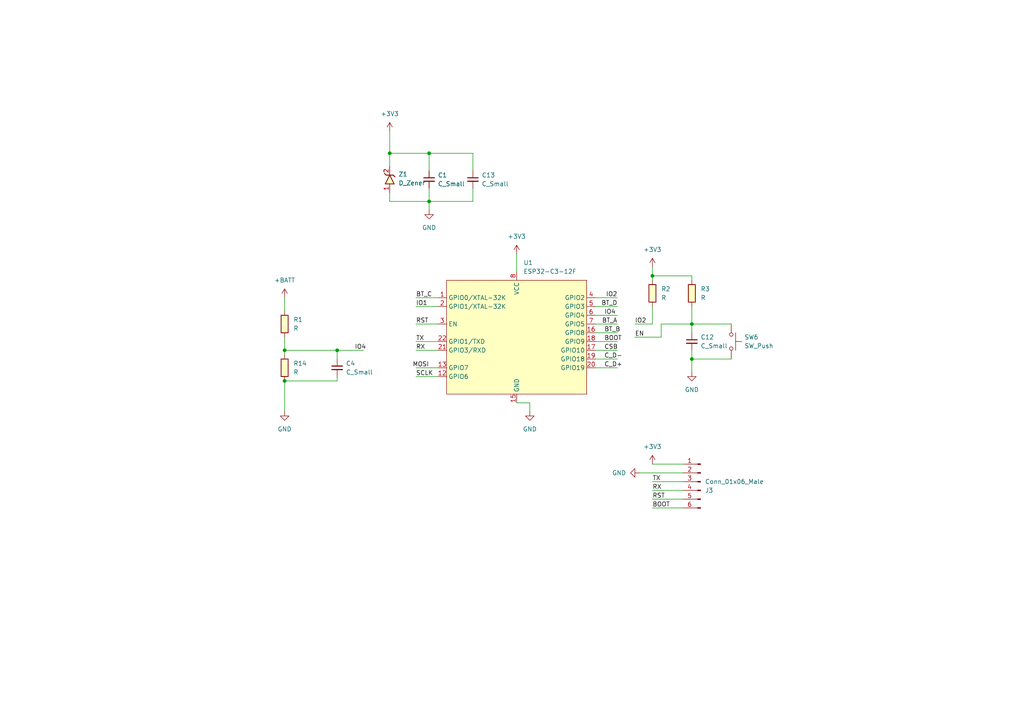
<source format=kicad_sch>
(kicad_sch (version 20230121) (generator eeschema)
  (paper "A4")
  (lib_symbols
    (symbol "IVS_SYMBOLS:C_Small" (pin_numbers hide) (pin_names (offset 0.254) hide)
      (property "Reference" "C" (at 0.254 1.778 0))
      (property "Value" "C_Small" (at 0.254 -2.032 0))
      (symbol "C_Small_0_1"
        (polyline (pts (xy -1.524 -0.508) (xy 1.524 -0.508)) (stroke (width 0.3302)))
        (polyline (pts (xy -1.524 0.508) (xy 1.524 0.508)) (stroke (width 0.3048)))
      )
      (symbol "C_Small_1_1"
        (pin passive line (at 0 2.54 270) (length 2.032) (name "~") (number "1"))
        (pin passive line (at 0 -2.54 90) (length 2.032) (name "~") (number "2"))
      )
    )
    (symbol "IVS_SYMBOLS:Conn_01x06_Male" (pin_names (offset 1.016) hide)
      (property "Reference" "J" (at 0 7.62 0))
      (property "Value" "Conn_01x06_Male" (at 0 -10.16 0))
      (symbol "Conn_01x06_Male_1_1"
        (polyline (pts (xy 1.27 -7.62) (xy 0.8636 -7.62)) (stroke (width 0.1524)))
        (polyline (pts (xy 1.27 -5.08) (xy 0.8636 -5.08)) (stroke (width 0.1524)))
        (polyline (pts (xy 1.27 -2.54) (xy 0.8636 -2.54)) (stroke (width 0.1524)))
        (polyline (pts (xy 1.27 0) (xy 0.8636 0)) (stroke (width 0.1524)))
        (polyline (pts (xy 1.27 2.54) (xy 0.8636 2.54)) (stroke (width 0.1524)))
        (polyline (pts (xy 1.27 5.08) (xy 0.8636 5.08)) (stroke (width 0.1524)))
        (rectangle (start 0.8636 -7.493) (end 0 -7.747) (stroke (width 0.1524)) (fill (type outline)))
        (rectangle (start 0.8636 -4.953) (end 0 -5.207) (stroke (width 0.1524)) (fill (type outline)))
        (rectangle (start 0.8636 -2.413) (end 0 -2.667) (stroke (width 0.1524)) (fill (type outline)))
        (rectangle (start 0.8636 0.127) (end 0 -0.127) (stroke (width 0.1524)) (fill (type outline)))
        (rectangle (start 0.8636 2.667) (end 0 2.413) (stroke (width 0.1524)) (fill (type outline)))
        (rectangle (start 0.8636 5.207) (end 0 4.953) (stroke (width 0.1524)) (fill (type outline)))
        (pin passive line (at 5.08 5.08 180) (length 3.81) (name "Pin_1") (number "1"))
        (pin passive line (at 5.08 2.54 180) (length 3.81) (name "Pin_2") (number "2"))
        (pin passive line (at 5.08 0 180) (length 3.81) (name "Pin_3") (number "3"))
        (pin passive line (at 5.08 -2.54 180) (length 3.81) (name "Pin_4") (number "4"))
        (pin passive line (at 5.08 -5.08 180) (length 3.81) (name "Pin_5") (number "5"))
        (pin passive line (at 5.08 -7.62 180) (length 3.81) (name "Pin_6") (number "6"))
      )
    )
    (symbol "IVS_SYMBOLS:D_Zener"
      (property "Reference" "Z" (at 0 3.81 0))
      (property "Value" "D_Zener" (at 0 -3.302 0))
      (symbol "D_Zener_0_1"
        (polyline (pts (xy 0 -1.016) (xy -0.508 -1.524)) (stroke (width 0.254)))
        (polyline (pts (xy 0 1.016) (xy 0 -1.016)) (stroke (width 0.254)))
        (polyline (pts (xy 0 1.016) (xy 0.508 1.524)) (stroke (width 0.254)))
        (polyline (pts (xy 2.54 1.27) (xy 2.54 -1.27) (xy 0 0) (xy 2.54 1.27)) (stroke (width 0.254)) (fill (type background)))
      )
      (symbol "D_Zener_1_1"
        (pin passive line (at 5.08 0 180) (length 2.54) (name "") (number "1"))
        (pin passive line (at -2.54 0 0) (length 2.54) (name "") (number "2"))
      )
    )
    (symbol "IVS_SYMBOLS:ESP32-C3-12F"
      (property "Reference" "U" (at 0 0 0))
      (property "Value" "ESP32-C3-12F" (at 0 5.08 0))
      (symbol "ESP32-C3-12F_1_1"
        (rectangle (start -20.32 20.32) (end 20.32 -12.7) (fill (type background)))
        (pin input line (at -22.86 15.24 0) (length 2.54) (name "GPIO0/XTAL-32K") (number "1"))
        (pin bidirectional line (at -22.86 -7.62 0) (length 2.54) (name "GPIO6") (number "12"))
        (pin bidirectional line (at -22.86 -5.08 0) (length 2.54) (name "GPIO7") (number "13"))
        (pin power_in line (at 0 -15.24 90) (length 2.54) (name "GND") (number "15"))
        (pin bidirectional line (at 22.86 5.08 180) (length 2.54) (name "GPIO8") (number "16"))
        (pin bidirectional line (at 22.86 0 180) (length 2.54) (name "GPIO10") (number "17"))
        (pin bidirectional line (at 22.86 2.54 180) (length 2.54) (name "GPIO9") (number "18"))
        (pin bidirectional line (at 22.86 -2.54 180) (length 2.54) (name "GPIO18") (number "19"))
        (pin input line (at -22.86 12.7 0) (length 2.54) (name "GPIO1/XTAL-32K") (number "2"))
        (pin bidirectional line (at 22.86 -5.08 180) (length 2.54) (name "GPIO19") (number "20"))
        (pin bidirectional line (at -22.86 0 0) (length 2.54) (name "GPIO3/RXD") (number "21"))
        (pin bidirectional line (at -22.86 2.54 0) (length 2.54) (name "GPIO1/TXD") (number "22"))
        (pin input line (at -22.86 7.62 0) (length 2.54) (name "EN") (number "3"))
        (pin bidirectional line (at 22.86 15.24 180) (length 2.54) (name "GPIO2") (number "4"))
        (pin bidirectional line (at 22.86 12.7 180) (length 2.54) (name "GPIO3") (number "5"))
        (pin bidirectional line (at 22.86 10.16 180) (length 2.54) (name "GPIO4") (number "6"))
        (pin bidirectional line (at 22.86 7.62 180) (length 2.54) (name "GPIO5") (number "7"))
        (pin input line (at 0 22.86 270) (length 2.54) (name "VCC") (number "8"))
      )
    )
    (symbol "IVS_SYMBOLS:R" (pin_numbers hide) (pin_names (offset 0))
      (property "Reference" "R" (at 2.032 0 90))
      (property "Value" "R" (at 0 0 90))
      (symbol "R_1_1"
        (rectangle (start -1.016 2.54) (end 1.016 -2.54) (stroke (width 0.254)) (fill (type background)))
        (pin passive line (at 0 3.81 270) (length 1.27) (name "~") (number "1"))
        (pin passive line (at 0 -3.81 90) (length 1.27) (name "~") (number "2"))
      )
    )
    (symbol "IVS_SYMBOLS:SW_Push" (pin_numbers hide) (pin_names (offset 1.016) hide)
      (property "Reference" "SW" (at 1.27 2.54 0))
      (property "Value" "SW_Push" (at 0 -1.524 0))
      (symbol "SW_Push_0_1"
        (circle (center -2.032 0) (radius 0.508))
        (polyline (pts (xy 0 1.27) (xy 0 3.048)))
        (polyline (pts (xy 2.54 1.27) (xy -2.54 1.27)))
        (circle (center 2.032 0) (radius 0.508))
        (pin passive line (at -5.08 0 0) (length 2.54) (name "1") (number "1"))
        (pin passive line (at 5.08 0 180) (length 2.54) (name "2") (number "2"))
      )
    )
    (symbol "power:+3V3" (power) (pin_names (offset 0))
      (property "Value" "+3V3" (at 0 3.556 0))
      (symbol "+3V3_0_1"
        (polyline (pts (xy -0.762 1.27) (xy 0 2.54)))
        (polyline (pts (xy 0 0) (xy 0 2.54)))
        (polyline (pts (xy 0 2.54) (xy 0.762 1.27)))
      )
      (symbol "+3V3_1_1"
        (pin power_in line (at 0 0 90) (length 0) hide (name "+3V3") (number "1"))
      )
    )
    (symbol "power:+BATT" (power) (pin_names (offset 0))
      (property "Value" "+BATT" (at 0 3.556 0))
      (symbol "+BATT_0_1"
        (polyline (pts (xy -0.762 1.27) (xy 0 2.54)))
        (polyline (pts (xy 0 0) (xy 0 2.54)))
        (polyline (pts (xy 0 2.54) (xy 0.762 1.27)))
      )
      (symbol "+BATT_1_1"
        (pin power_in line (at 0 0 90) (length 0) hide (name "+BATT") (number "1"))
      )
    )
    (symbol "power:GND" (power) (pin_names (offset 0))
      (property "Value" "GND" (at 0 -3.81 0))
      (symbol "GND_0_1"
        (polyline (pts (xy 0 0) (xy 0 -1.27) (xy 1.27 -1.27) (xy 0 -2.54) (xy -1.27 -1.27) (xy 0 -1.27)))
      )
      (symbol "GND_1_1"
        (pin power_in line (at 0 0 270) (length 0) hide (name "GND") (number "1"))
      )
    )
  )
  (junction (at 82.55 110.49))
  (junction (at 124.46 44.45))
  (junction (at 82.55 101.6))
  (junction (at 113.03 44.45))
  (junction (at 189.23 80.01))
  (junction (at 200.66 104.14))
  (junction (at 200.66 93.98))
  (junction (at 97.79 101.6))
  (junction (at 124.46 58.42))
  (wire (pts (xy 172.72 101.6) (xy 179.07 101.6)))
  (wire (pts (xy 189.23 147.32) (xy 198.12 147.32)))
  (wire (pts (xy 124.46 54.61) (xy 124.46 58.42)))
  (wire (pts (xy 120.65 86.36) (xy 127 86.36)))
  (wire (pts (xy 120.65 88.9) (xy 127 88.9)))
  (wire (pts (xy 200.66 93.98) (xy 191.77 93.98)))
  (wire (pts (xy 185.42 137.16) (xy 198.12 137.16)))
  (wire (pts (xy 97.79 109.22) (xy 97.79 110.49)))
  (wire (pts (xy 82.55 110.49) (xy 97.79 110.49)))
  (wire (pts (xy 189.23 139.7) (xy 198.12 139.7)))
  (wire (pts (xy 172.72 104.14) (xy 179.07 104.14)))
  (wire (pts (xy 189.23 144.78) (xy 198.12 144.78)))
  (wire (pts (xy 82.55 101.6) (xy 97.79 101.6)))
  (wire (pts (xy 200.66 101.6) (xy 200.66 104.14)))
  (wire (pts (xy 120.65 99.06) (xy 127 99.06)))
  (wire (pts (xy 124.46 58.42) (xy 113.03 58.42)))
  (wire (pts (xy 200.66 80.01) (xy 200.66 81.28)))
  (wire (pts (xy 200.66 93.98) (xy 200.66 88.9)))
  (wire (pts (xy 120.65 93.98) (xy 127 93.98)))
  (wire (pts (xy 189.23 77.47) (xy 189.23 80.01)))
  (wire (pts (xy 172.72 91.44) (xy 179.07 91.44)))
  (wire (pts (xy 184.15 97.79) (xy 191.77 97.79)))
  (wire (pts (xy 189.23 134.62) (xy 198.12 134.62)))
  (wire (pts (xy 172.72 106.68) (xy 179.07 106.68)))
  (wire (pts (xy 113.03 58.42) (xy 113.03 55.88)))
  (wire (pts (xy 120.65 101.6) (xy 127 101.6)))
  (wire (pts (xy 153.67 116.84) (xy 153.67 119.38)))
  (wire (pts (xy 149.86 73.66) (xy 149.86 78.74)))
  (wire (pts (xy 200.66 93.98) (xy 212.09 93.98)))
  (wire (pts (xy 113.03 44.45) (xy 124.46 44.45)))
  (wire (pts (xy 97.79 101.6) (xy 97.79 104.14)))
  (wire (pts (xy 189.23 88.9) (xy 189.23 93.98)))
  (wire (pts (xy 189.23 142.24) (xy 198.12 142.24)))
  (wire (pts (xy 113.03 48.26) (xy 113.03 44.45)))
  (wire (pts (xy 124.46 44.45) (xy 124.46 49.53)))
  (wire (pts (xy 189.23 80.01) (xy 189.23 81.28)))
  (wire (pts (xy 179.07 86.36) (xy 172.72 86.36)))
  (wire (pts (xy 189.23 80.01) (xy 200.66 80.01)))
  (wire (pts (xy 137.16 44.45) (xy 137.16 49.53)))
  (wire (pts (xy 179.07 93.98) (xy 172.72 93.98)))
  (wire (pts (xy 137.16 54.61) (xy 137.16 58.42)))
  (wire (pts (xy 149.86 116.84) (xy 153.67 116.84)))
  (wire (pts (xy 82.55 97.79) (xy 82.55 101.6)))
  (wire (pts (xy 82.55 110.49) (xy 82.55 119.38)))
  (wire (pts (xy 200.66 104.14) (xy 200.66 107.95)))
  (wire (pts (xy 172.72 99.06) (xy 179.07 99.06)))
  (wire (pts (xy 191.77 93.98) (xy 191.77 97.79)))
  (wire (pts (xy 120.65 109.22) (xy 127 109.22)))
  (wire (pts (xy 113.03 38.1) (xy 113.03 44.45)))
  (wire (pts (xy 97.79 101.6) (xy 105.41 101.6)))
  (wire (pts (xy 200.66 93.98) (xy 200.66 96.52)))
  (wire (pts (xy 124.46 58.42) (xy 124.46 60.96)))
  (wire (pts (xy 137.16 44.45) (xy 124.46 44.45)))
  (wire (pts (xy 179.07 88.9) (xy 172.72 88.9)))
  (wire (pts (xy 137.16 58.42) (xy 124.46 58.42)))
  (wire (pts (xy 127 106.68) (xy 120.65 106.68)))
  (wire (pts (xy 82.55 101.6) (xy 82.55 102.87)))
  (wire (pts (xy 82.55 86.36) (xy 82.55 90.17)))
  (wire (pts (xy 172.72 96.52) (xy 179.07 96.52)))
  (wire (pts (xy 200.66 104.14) (xy 212.09 104.14)))
  (wire (pts (xy 184.15 93.98) (xy 189.23 93.98)))
  (label "IO1" (at 120.65 88.9 0))
  (label "C_D+" (at 175.26 106.68 0))
  (label "RST" (at 120.65 93.98 0))
  (label "IO4" (at 175.26 91.44 0))
  (label "RX" (at 120.65 101.6 0))
  (label "IO4" (at 102.87 101.6 0))
  (label "BT_B" (at 175.26 96.52 0))
  (label "RX" (at 189.23 142.24 0))
  (label "BOOT" (at 175.26 99.06 0))
  (label "EN" (at 184.15 97.79 0))
  (label "TX" (at 120.65 99.06 0))
  (label "BT_A" (at 179.07 93.98 180))
  (label "RST" (at 189.23 144.78 0))
  (label "CSB" (at 175.26 101.6 0))
  (label "BOOT" (at 189.23 147.32 0))
  (label "SCLK" (at 120.65 109.22 0))
  (label "BT_C" (at 120.65 86.36 0))
  (label "MOSI" (at 124.46 106.68 180))
  (label "IO2" (at 179.07 86.36 180))
  (label "IO2" (at 184.15 93.98 0))
  (label "TX" (at 189.23 139.7 0))
  (label "BT_D" (at 179.07 88.9 180))
  (label "C_D-" (at 175.26 104.14 0))
  (symbol (lib_id "IVS_SYMBOLS:R") (at 200.66 85.09 0) (unit 1)
    (property "Reference" "R3" (at 203.2 83.82 0) (effects (justify left)))
    (property "Value" "R" (at 203.2 86.36 0) (effects (justify left)))
  )
  (symbol (lib_id "IVS_SYMBOLS:C_Small") (at 200.66 99.06 0) (unit 1)
    (property "Reference" "C12" (at 203.2 97.7963 0) (effects (justify left)))
    (property "Value" "C_Small" (at 203.2 100.3363 0) (effects (justify left)))
  )
  (symbol (lib_id "IVS_SYMBOLS:SW_Push") (at 212.09 99.06 270) (unit 1)
    (property "Reference" "SW6" (at 215.9 97.79 90) (effects (justify left)))
    (property "Value" "SW_Push" (at 215.9 100.33 90) (effects (justify left)))
  )
  (symbol (lib_id "IVS_SYMBOLS:ESP32-C3-12F") (at 149.86 101.6 0) (unit 1)
    (property "Reference" "U1" (at 151.8159 76.2 0) (effects (justify left)))
    (property "Value" "ESP32-C3-12F" (at 151.8159 78.74 0) (effects (justify left)))
    (property "Footprint" "IVS_FOOTPRINTS:ESP8266-07__ESP32-C3-12F" (effects hide))
    (property "Datasheet" "https://docs.ai-thinker.com/_media/esp32/docs/esp-c3-12f_specification.pdf" (effects hide))
  )
  (symbol (lib_id "IVS_SYMBOLS:Conn_01x06_Male") (at 203.2 139.7 0) (mirror y) (unit 1)
    (property "Reference" "J3" (at 204.47 142.24 0) (effects (justify right)))
    (property "Value" "Conn_01x06_Male" (at 204.47 139.7 0) (effects (justify right)))
  )
  (symbol (lib_id "IVS_SYMBOLS:R") (at 82.55 93.98 0) (unit 1)
    (property "Reference" "R1" (at 85.09 92.71 0) (effects (justify left)))
    (property "Value" "R" (at 85.09 95.25 0) (effects (justify left)))
  )
  (symbol (lib_id "power:+BATT") (at 82.55 86.36 0) (unit 1)
    (property "Reference" "#PWR010" (effects hide))
    (property "Value" "+BATT" (at 82.55 81.28 0))
    (instances (project "nodeVote" (path "" (reference "#PWR010") (unit 1)) (path "" (reference "#PWR01") (unit 1))))
  )
  (symbol (lib_id "power:+3V3") (at 149.86 73.66 0) (unit 1)
    (property "Reference" "#PWR021" (effects hide))
    (property "Value" "+3V3" (at 149.86 68.58 0))
  )
  (symbol (lib_id "IVS_SYMBOLS:C_Small") (at 137.16 52.07 0) (unit 1)
    (property "Reference" "C13" (at 139.7 50.8063 0) (effects (justify left)))
    (property "Value" "C_Small" (at 139.7 53.3463 0) (effects (justify left)))
  )
  (symbol (lib_id "power:+3V3") (at 113.03 38.1 0) (unit 1)
    (property "Reference" "#PWR06" (effects hide))
    (property "Value" "+3V3" (at 113.03 33.02 0))
    (instances (project "nodeVote" (path "" (reference "#PWR06") (unit 1)) (path "" (reference "#PWR03") (unit 1))))
  )
  (symbol (lib_id "power:GND") (at 153.67 119.38 0) (unit 1)
    (property "Reference" "#PWR05" (effects hide))
    (property "Value" "GND" (at 153.67 124.46 0))
    (instances (project "nodeVote" (path "" (reference "#PWR05") (unit 1)) (path "" (reference "#PWR06") (unit 1))))
  )
  (symbol (lib_id "power:+3V3") (at 189.23 77.47 0) (unit 1)
    (property "Reference" "#PWR09" (effects hide))
    (property "Value" "+3V3" (at 189.23 72.39 0))
    (instances (project "nodeVote" (path "" (reference "#PWR09") (unit 1)) (path "" (reference "#PWR08") (unit 1))))
  )
  (symbol (lib_id "power:GND") (at 124.46 60.96 0) (unit 1)
    (property "Reference" "#PWR04" (effects hide))
    (property "Value" "GND" (at 124.46 66.04 0))
    (instances (project "nodeVote" (path "" (reference "#PWR04") (unit 1)) (path "" (reference "#PWR05") (unit 1))))
  )
  (symbol (lib_id "power:+3V3") (at 189.23 134.62 0) (unit 1)
    (property "Reference" "#PWR08" (effects hide))
    (property "Value" "+3V3" (at 189.23 129.54 0))
    (instances (project "nodeVote" (path "" (reference "#PWR08") (unit 1)) (path "" (reference "#PWR09") (unit 1))))
  )
  (symbol (lib_id "IVS_SYMBOLS:D_Zener") (at 113.03 50.8 270) (unit 1)
    (property "Reference" "Z1" (at 115.57 50.546 90) (effects (justify left)))
    (property "Value" "D_Zener" (at 115.57 53.086 90) (effects (justify left)))
  )
  (symbol (lib_id "IVS_SYMBOLS:C_Small") (at 124.46 52.07 0) (unit 1)
    (property "Reference" "C1" (at 127 50.8063 0) (effects (justify left)))
    (property "Value" "C_Small" (at 127 53.3463 0) (effects (justify left)))
  )
  (symbol (lib_id "power:GND") (at 82.55 119.38 0) (unit 1)
    (property "Reference" "#PWR02" (effects hide))
    (property "Value" "GND" (at 82.55 124.46 0))
  )
  (symbol (lib_id "power:GND") (at 185.42 137.16 270) (unit 1)
    (property "Reference" "#PWR01" (effects hide))
    (property "Value" "GND" (at 181.61 137.16 90) (effects (justify right)))
    (instances (project "nodeVote" (path "" (reference "#PWR01") (unit 1)) (path "" (reference "#PWR07") (unit 1))))
  )
  (symbol (lib_id "IVS_SYMBOLS:R") (at 82.55 106.68 0) (unit 1)
    (property "Reference" "R14" (at 85.09 105.41 0) (effects (justify left)))
    (property "Value" "R" (at 85.09 107.95 0) (effects (justify left)))
  )
  (symbol (lib_id "power:GND") (at 200.66 107.95 0) (unit 1)
    (property "Reference" "#PWR03" (effects hide))
    (property "Value" "GND" (at 200.66 113.03 0))
    (instances (project "nodeVote" (path "" (reference "#PWR03") (unit 1)) (path "" (reference "#PWR010") (unit 1))))
  )
  (symbol (lib_id "IVS_SYMBOLS:C_Small") (at 97.79 106.68 0) (unit 1)
    (property "Reference" "C4" (at 100.33 105.4163 0) (effects (justify left)))
    (property "Value" "C_Small" (at 100.33 107.9563 0) (effects (justify left)))
  )
  (symbol (lib_id "IVS_SYMBOLS:R") (at 189.23 85.09 0) (unit 1)
    (property "Reference" "R2" (at 191.77 83.82 0) (effects (justify left)))
    (property "Value" "R" (at 191.77 86.36 0) (effects (justify left)))
  )
)
</source>
